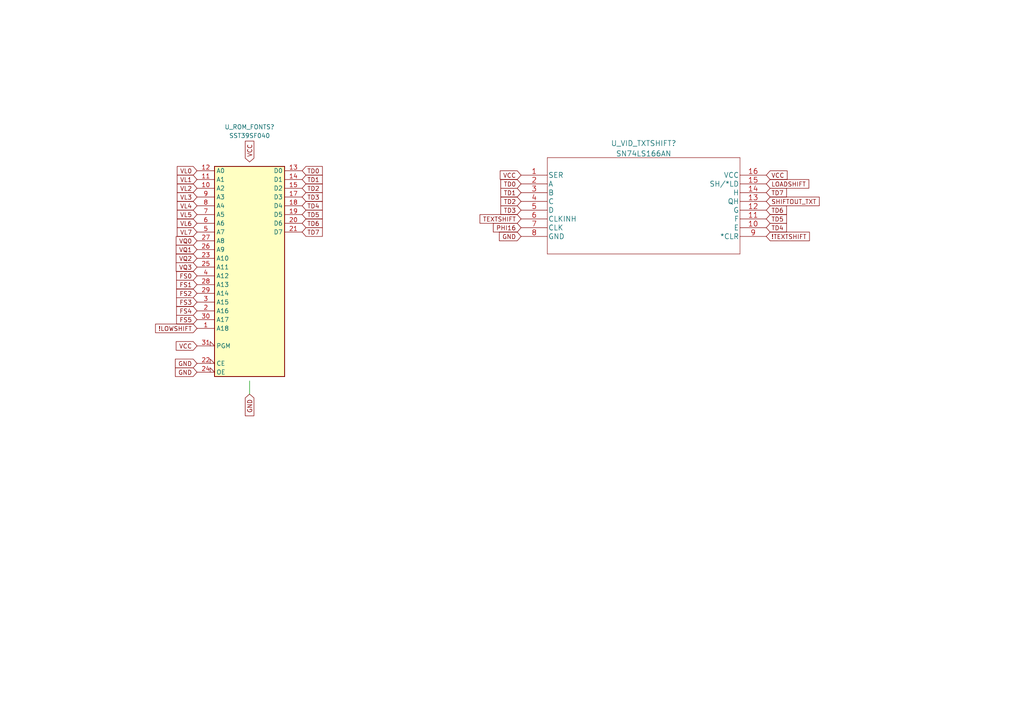
<source format=kicad_sch>
(kicad_sch
	(version 20231120)
	(generator "eeschema")
	(generator_version "8.0")
	(uuid "4262ecbd-bfc4-47fc-80a2-6e0c73daef67")
	(paper "A4")
	(lib_symbols
		(symbol "74ls166:SN74LS166AN"
			(pin_names
				(offset 0.254)
			)
			(exclude_from_sim no)
			(in_bom yes)
			(on_board yes)
			(property "Reference" "U31"
				(at 35.56 9.2276 0)
				(effects
					(font
						(size 1.524 1.524)
					)
				)
			)
			(property "Value" "SN74LS166AN"
				(at 35.56 6.2342 0)
				(effects
					(font
						(size 1.524 1.524)
					)
				)
			)
			(property "Footprint" "N16"
				(at 35.56 6.096 0)
				(effects
					(font
						(size 1.524 1.524)
					)
					(hide yes)
				)
			)
			(property "Datasheet" ""
				(at 0 0 0)
				(effects
					(font
						(size 1.524 1.524)
					)
				)
			)
			(property "Description" ""
				(at 0 0 0)
				(effects
					(font
						(size 1.27 1.27)
					)
					(hide yes)
				)
			)
			(property "ki_locked" ""
				(at 0 0 0)
				(effects
					(font
						(size 1.27 1.27)
					)
				)
			)
			(property "ki_fp_filters" "N16"
				(at 0 0 0)
				(effects
					(font
						(size 1.27 1.27)
					)
					(hide yes)
				)
			)
			(symbol "SN74LS166AN_1_1"
				(polyline
					(pts
						(xy 7.62 -22.86) (xy 63.5 -22.86)
					)
					(stroke
						(width 0.127)
						(type default)
					)
					(fill
						(type none)
					)
				)
				(polyline
					(pts
						(xy 7.62 5.08) (xy 7.62 -22.86)
					)
					(stroke
						(width 0.127)
						(type default)
					)
					(fill
						(type none)
					)
				)
				(polyline
					(pts
						(xy 63.5 -22.86) (xy 63.5 5.08)
					)
					(stroke
						(width 0.127)
						(type default)
					)
					(fill
						(type none)
					)
				)
				(polyline
					(pts
						(xy 63.5 5.08) (xy 7.62 5.08)
					)
					(stroke
						(width 0.127)
						(type default)
					)
					(fill
						(type none)
					)
				)
				(pin input line
					(at 0 0 0)
					(length 7.62)
					(name "SER"
						(effects
							(font
								(size 1.4986 1.4986)
							)
						)
					)
					(number "1"
						(effects
							(font
								(size 1.4986 1.4986)
							)
						)
					)
				)
				(pin input line
					(at 71.12 -15.24 180)
					(length 7.62)
					(name "E"
						(effects
							(font
								(size 1.4986 1.4986)
							)
						)
					)
					(number "10"
						(effects
							(font
								(size 1.4986 1.4986)
							)
						)
					)
				)
				(pin input line
					(at 71.12 -12.7 180)
					(length 7.62)
					(name "F"
						(effects
							(font
								(size 1.4986 1.4986)
							)
						)
					)
					(number "11"
						(effects
							(font
								(size 1.4986 1.4986)
							)
						)
					)
				)
				(pin input line
					(at 71.12 -10.16 180)
					(length 7.62)
					(name "G"
						(effects
							(font
								(size 1.4986 1.4986)
							)
						)
					)
					(number "12"
						(effects
							(font
								(size 1.4986 1.4986)
							)
						)
					)
				)
				(pin output line
					(at 71.12 -7.62 180)
					(length 7.62)
					(name "QH"
						(effects
							(font
								(size 1.4986 1.4986)
							)
						)
					)
					(number "13"
						(effects
							(font
								(size 1.4986 1.4986)
							)
						)
					)
				)
				(pin input line
					(at 71.12 -5.08 180)
					(length 7.62)
					(name "H"
						(effects
							(font
								(size 1.4986 1.4986)
							)
						)
					)
					(number "14"
						(effects
							(font
								(size 1.4986 1.4986)
							)
						)
					)
				)
				(pin input line
					(at 71.12 -2.54 180)
					(length 7.62)
					(name "SH/*LD"
						(effects
							(font
								(size 1.4986 1.4986)
							)
						)
					)
					(number "15"
						(effects
							(font
								(size 1.4986 1.4986)
							)
						)
					)
				)
				(pin power_in line
					(at 71.12 0 180)
					(length 7.62)
					(name "VCC"
						(effects
							(font
								(size 1.4986 1.4986)
							)
						)
					)
					(number "16"
						(effects
							(font
								(size 1.4986 1.4986)
							)
						)
					)
				)
				(pin input line
					(at 0 -2.54 0)
					(length 7.62)
					(name "A"
						(effects
							(font
								(size 1.4986 1.4986)
							)
						)
					)
					(number "2"
						(effects
							(font
								(size 1.4986 1.4986)
							)
						)
					)
				)
				(pin input line
					(at 0 -5.08 0)
					(length 7.62)
					(name "B"
						(effects
							(font
								(size 1.4986 1.4986)
							)
						)
					)
					(number "3"
						(effects
							(font
								(size 1.4986 1.4986)
							)
						)
					)
				)
				(pin input line
					(at 0 -7.62 0)
					(length 7.62)
					(name "C"
						(effects
							(font
								(size 1.4986 1.4986)
							)
						)
					)
					(number "4"
						(effects
							(font
								(size 1.4986 1.4986)
							)
						)
					)
				)
				(pin input line
					(at 0 -10.16 0)
					(length 7.62)
					(name "D"
						(effects
							(font
								(size 1.4986 1.4986)
							)
						)
					)
					(number "5"
						(effects
							(font
								(size 1.4986 1.4986)
							)
						)
					)
				)
				(pin input line
					(at 0 -12.7 0)
					(length 7.62)
					(name "CLKINH"
						(effects
							(font
								(size 1.4986 1.4986)
							)
						)
					)
					(number "6"
						(effects
							(font
								(size 1.4986 1.4986)
							)
						)
					)
				)
				(pin input line
					(at 0 -15.24 0)
					(length 7.62)
					(name "CLK"
						(effects
							(font
								(size 1.4986 1.4986)
							)
						)
					)
					(number "7"
						(effects
							(font
								(size 1.4986 1.4986)
							)
						)
					)
				)
				(pin power_in line
					(at 0 -17.78 0)
					(length 7.62)
					(name "GND"
						(effects
							(font
								(size 1.4986 1.4986)
							)
						)
					)
					(number "8"
						(effects
							(font
								(size 1.4986 1.4986)
							)
						)
					)
				)
				(pin input line
					(at 71.12 -17.78 180)
					(length 7.62)
					(name "*CLR"
						(effects
							(font
								(size 1.4986 1.4986)
							)
						)
					)
					(number "9"
						(effects
							(font
								(size 1.4986 1.4986)
							)
						)
					)
				)
			)
		)
		(symbol "Memory_Flash:SST39SF040"
			(exclude_from_sim no)
			(in_bom yes)
			(on_board yes)
			(property "Reference" "U"
				(at 2.54 33.02 0)
				(effects
					(font
						(size 1.27 1.27)
					)
				)
			)
			(property "Value" "SST39SF040"
				(at 0 -30.48 0)
				(effects
					(font
						(size 1.27 1.27)
					)
				)
			)
			(property "Footprint" ""
				(at 0 7.62 0)
				(effects
					(font
						(size 1.27 1.27)
					)
					(hide yes)
				)
			)
			(property "Datasheet" "http://ww1.microchip.com/downloads/en/DeviceDoc/25022B.pdf"
				(at 0 7.62 0)
				(effects
					(font
						(size 1.27 1.27)
					)
					(hide yes)
				)
			)
			(property "Description" "Silicon Storage Technology (SSF) 512k x 8 Flash ROM"
				(at 0 0 0)
				(effects
					(font
						(size 1.27 1.27)
					)
					(hide yes)
				)
			)
			(property "ki_keywords" "512k flash rom"
				(at 0 0 0)
				(effects
					(font
						(size 1.27 1.27)
					)
					(hide yes)
				)
			)
			(symbol "SST39SF040_0_0"
				(pin power_in line
					(at 0 -30.48 90)
					(length 1.27) hide
					(name "GND"
						(effects
							(font
								(size 1.27 1.27)
							)
						)
					)
					(number "16"
						(effects
							(font
								(size 1.27 1.27)
							)
						)
					)
				)
				(pin power_in line
					(at 0 33.02 270)
					(length 1.27) hide
					(name "VCC"
						(effects
							(font
								(size 1.27 1.27)
							)
						)
					)
					(number "32"
						(effects
							(font
								(size 1.27 1.27)
							)
						)
					)
				)
			)
			(symbol "SST39SF040_0_1"
				(rectangle
					(start -10.16 31.75)
					(end 10.16 -29.21)
					(stroke
						(width 0.254)
						(type default)
					)
					(fill
						(type background)
					)
				)
			)
			(symbol "SST39SF040_1_1"
				(pin input line
					(at -15.24 -15.24 0)
					(length 5.08)
					(name "A18"
						(effects
							(font
								(size 1.27 1.27)
							)
						)
					)
					(number "1"
						(effects
							(font
								(size 1.27 1.27)
							)
						)
					)
				)
				(pin input line
					(at -15.24 25.4 0)
					(length 5.08)
					(name "A2"
						(effects
							(font
								(size 1.27 1.27)
							)
						)
					)
					(number "10"
						(effects
							(font
								(size 1.27 1.27)
							)
						)
					)
				)
				(pin input line
					(at -15.24 27.94 0)
					(length 5.08)
					(name "A1"
						(effects
							(font
								(size 1.27 1.27)
							)
						)
					)
					(number "11"
						(effects
							(font
								(size 1.27 1.27)
							)
						)
					)
				)
				(pin input line
					(at -15.24 30.48 0)
					(length 5.08)
					(name "A0"
						(effects
							(font
								(size 1.27 1.27)
							)
						)
					)
					(number "12"
						(effects
							(font
								(size 1.27 1.27)
							)
						)
					)
				)
				(pin tri_state line
					(at 15.24 30.48 180)
					(length 5.08)
					(name "D0"
						(effects
							(font
								(size 1.27 1.27)
							)
						)
					)
					(number "13"
						(effects
							(font
								(size 1.27 1.27)
							)
						)
					)
				)
				(pin tri_state line
					(at 15.24 27.94 180)
					(length 5.08)
					(name "D1"
						(effects
							(font
								(size 1.27 1.27)
							)
						)
					)
					(number "14"
						(effects
							(font
								(size 1.27 1.27)
							)
						)
					)
				)
				(pin tri_state line
					(at 15.24 25.4 180)
					(length 5.08)
					(name "D2"
						(effects
							(font
								(size 1.27 1.27)
							)
						)
					)
					(number "15"
						(effects
							(font
								(size 1.27 1.27)
							)
						)
					)
				)
				(pin tri_state line
					(at 15.24 22.86 180)
					(length 5.08)
					(name "D3"
						(effects
							(font
								(size 1.27 1.27)
							)
						)
					)
					(number "17"
						(effects
							(font
								(size 1.27 1.27)
							)
						)
					)
				)
				(pin tri_state line
					(at 15.24 20.32 180)
					(length 5.08)
					(name "D4"
						(effects
							(font
								(size 1.27 1.27)
							)
						)
					)
					(number "18"
						(effects
							(font
								(size 1.27 1.27)
							)
						)
					)
				)
				(pin tri_state line
					(at 15.24 17.78 180)
					(length 5.08)
					(name "D5"
						(effects
							(font
								(size 1.27 1.27)
							)
						)
					)
					(number "19"
						(effects
							(font
								(size 1.27 1.27)
							)
						)
					)
				)
				(pin input line
					(at -15.24 -10.16 0)
					(length 5.08)
					(name "A16"
						(effects
							(font
								(size 1.27 1.27)
							)
						)
					)
					(number "2"
						(effects
							(font
								(size 1.27 1.27)
							)
						)
					)
				)
				(pin tri_state line
					(at 15.24 15.24 180)
					(length 5.08)
					(name "D6"
						(effects
							(font
								(size 1.27 1.27)
							)
						)
					)
					(number "20"
						(effects
							(font
								(size 1.27 1.27)
							)
						)
					)
				)
				(pin tri_state line
					(at 15.24 12.7 180)
					(length 5.08)
					(name "D7"
						(effects
							(font
								(size 1.27 1.27)
							)
						)
					)
					(number "21"
						(effects
							(font
								(size 1.27 1.27)
							)
						)
					)
				)
				(pin input input_low
					(at -15.24 -25.4 0)
					(length 5.08)
					(name "CE"
						(effects
							(font
								(size 1.27 1.27)
							)
						)
					)
					(number "22"
						(effects
							(font
								(size 1.27 1.27)
							)
						)
					)
				)
				(pin input line
					(at -15.24 5.08 0)
					(length 5.08)
					(name "A10"
						(effects
							(font
								(size 1.27 1.27)
							)
						)
					)
					(number "23"
						(effects
							(font
								(size 1.27 1.27)
							)
						)
					)
				)
				(pin input input_low
					(at -15.24 -27.94 0)
					(length 5.08)
					(name "OE"
						(effects
							(font
								(size 1.27 1.27)
							)
						)
					)
					(number "24"
						(effects
							(font
								(size 1.27 1.27)
							)
						)
					)
				)
				(pin input line
					(at -15.24 2.54 0)
					(length 5.08)
					(name "A11"
						(effects
							(font
								(size 1.27 1.27)
							)
						)
					)
					(number "25"
						(effects
							(font
								(size 1.27 1.27)
							)
						)
					)
				)
				(pin input line
					(at -15.24 7.62 0)
					(length 5.08)
					(name "A9"
						(effects
							(font
								(size 1.27 1.27)
							)
						)
					)
					(number "26"
						(effects
							(font
								(size 1.27 1.27)
							)
						)
					)
				)
				(pin input line
					(at -15.24 10.16 0)
					(length 5.08)
					(name "A8"
						(effects
							(font
								(size 1.27 1.27)
							)
						)
					)
					(number "27"
						(effects
							(font
								(size 1.27 1.27)
							)
						)
					)
				)
				(pin input line
					(at -15.24 -2.54 0)
					(length 5.08)
					(name "A13"
						(effects
							(font
								(size 1.27 1.27)
							)
						)
					)
					(number "28"
						(effects
							(font
								(size 1.27 1.27)
							)
						)
					)
				)
				(pin input line
					(at -15.24 -5.08 0)
					(length 5.08)
					(name "A14"
						(effects
							(font
								(size 1.27 1.27)
							)
						)
					)
					(number "29"
						(effects
							(font
								(size 1.27 1.27)
							)
						)
					)
				)
				(pin input line
					(at -15.24 -7.62 0)
					(length 5.08)
					(name "A15"
						(effects
							(font
								(size 1.27 1.27)
							)
						)
					)
					(number "3"
						(effects
							(font
								(size 1.27 1.27)
							)
						)
					)
				)
				(pin input line
					(at -15.24 -12.7 0)
					(length 5.08)
					(name "A17"
						(effects
							(font
								(size 1.27 1.27)
							)
						)
					)
					(number "30"
						(effects
							(font
								(size 1.27 1.27)
							)
						)
					)
				)
				(pin input input_low
					(at -15.24 -20.32 0)
					(length 5.08)
					(name "PGM"
						(effects
							(font
								(size 1.27 1.27)
							)
						)
					)
					(number "31"
						(effects
							(font
								(size 1.27 1.27)
							)
						)
					)
				)
				(pin input line
					(at -15.24 0 0)
					(length 5.08)
					(name "A12"
						(effects
							(font
								(size 1.27 1.27)
							)
						)
					)
					(number "4"
						(effects
							(font
								(size 1.27 1.27)
							)
						)
					)
				)
				(pin input line
					(at -15.24 12.7 0)
					(length 5.08)
					(name "A7"
						(effects
							(font
								(size 1.27 1.27)
							)
						)
					)
					(number "5"
						(effects
							(font
								(size 1.27 1.27)
							)
						)
					)
				)
				(pin input line
					(at -15.24 15.24 0)
					(length 5.08)
					(name "A6"
						(effects
							(font
								(size 1.27 1.27)
							)
						)
					)
					(number "6"
						(effects
							(font
								(size 1.27 1.27)
							)
						)
					)
				)
				(pin input line
					(at -15.24 17.78 0)
					(length 5.08)
					(name "A5"
						(effects
							(font
								(size 1.27 1.27)
							)
						)
					)
					(number "7"
						(effects
							(font
								(size 1.27 1.27)
							)
						)
					)
				)
				(pin input line
					(at -15.24 20.32 0)
					(length 5.08)
					(name "A4"
						(effects
							(font
								(size 1.27 1.27)
							)
						)
					)
					(number "8"
						(effects
							(font
								(size 1.27 1.27)
							)
						)
					)
				)
				(pin input line
					(at -15.24 22.86 0)
					(length 5.08)
					(name "A3"
						(effects
							(font
								(size 1.27 1.27)
							)
						)
					)
					(number "9"
						(effects
							(font
								(size 1.27 1.27)
							)
						)
					)
				)
			)
		)
	)
	(wire
		(pts
			(xy 72.39 110.49) (xy 72.39 114.3)
		)
		(stroke
			(width 0)
			(type default)
		)
		(uuid "b7abb860-6f71-4ddb-ad7e-57932d2150c5")
	)
	(global_label "VCC"
		(shape input)
		(at 222.25 50.8 0)
		(fields_autoplaced yes)
		(effects
			(font
				(size 1.27 1.27)
			)
			(justify left)
		)
		(uuid "0348e932-704f-4ac4-a5c9-ff50dbd4a018")
		(property "Intersheetrefs" "${INTERSHEET_REFS}"
			(at 228.2917 50.7206 0)
			(effects
				(font
					(size 1.27 1.27)
				)
				(justify left)
				(hide yes)
			)
		)
	)
	(global_label "VQ2"
		(shape input)
		(at 57.15 74.93 180)
		(fields_autoplaced yes)
		(effects
			(font
				(size 1.27 1.27)
			)
			(justify right)
		)
		(uuid "0dc7da6d-cdd9-45d2-bbfe-f05d9755ea9e")
		(property "Intersheetrefs" "${INTERSHEET_REFS}"
			(at 51.1083 74.8506 0)
			(effects
				(font
					(size 1.27 1.27)
				)
				(justify right)
				(hide yes)
			)
		)
	)
	(global_label "TD5"
		(shape input)
		(at 222.25 63.5 0)
		(fields_autoplaced yes)
		(effects
			(font
				(size 1.27 1.27)
			)
			(justify left)
		)
		(uuid "15e1b326-1d48-40fd-ae84-23e0cee33f1d")
		(property "Intersheetrefs" "${INTERSHEET_REFS}"
			(at 228.1102 63.4206 0)
			(effects
				(font
					(size 1.27 1.27)
				)
				(justify left)
				(hide yes)
			)
		)
	)
	(global_label "FS2"
		(shape input)
		(at 57.15 85.09 180)
		(fields_autoplaced yes)
		(effects
			(font
				(size 1.27 1.27)
			)
			(justify right)
		)
		(uuid "1d3cad84-8fc6-4b70-b601-2b160eb7dc99")
		(property "Intersheetrefs" "${INTERSHEET_REFS}"
			(at 51.2293 85.0106 0)
			(effects
				(font
					(size 1.27 1.27)
				)
				(justify right)
				(hide yes)
			)
		)
	)
	(global_label "TD0"
		(shape input)
		(at 87.63 49.53 0)
		(fields_autoplaced yes)
		(effects
			(font
				(size 1.27 1.27)
			)
			(justify left)
		)
		(uuid "2310547a-967e-4ade-9304-74d3e3ea9d4e")
		(property "Intersheetrefs" "${INTERSHEET_REFS}"
			(at 93.4902 49.4506 0)
			(effects
				(font
					(size 1.27 1.27)
				)
				(justify left)
				(hide yes)
			)
		)
	)
	(global_label "VL0"
		(shape input)
		(at 57.15 49.53 180)
		(fields_autoplaced yes)
		(effects
			(font
				(size 1.27 1.27)
			)
			(justify right)
		)
		(uuid "25f757ea-e144-4c20-9a4e-b9ee6481580f")
		(property "Intersheetrefs" "${INTERSHEET_REFS}"
			(at 51.4107 49.6094 0)
			(effects
				(font
					(size 1.27 1.27)
				)
				(justify right)
				(hide yes)
			)
		)
	)
	(global_label "GND"
		(shape input)
		(at 57.15 105.41 180)
		(fields_autoplaced yes)
		(effects
			(font
				(size 1.27 1.27)
			)
			(justify right)
		)
		(uuid "2cd20ff1-b764-4d6b-9a19-426ba059688b")
		(property "Intersheetrefs" "${INTERSHEET_REFS}"
			(at 210.82 -121.92 0)
			(effects
				(font
					(size 1.27 1.27)
				)
				(hide yes)
			)
		)
	)
	(global_label "TD4"
		(shape input)
		(at 222.25 66.04 0)
		(fields_autoplaced yes)
		(effects
			(font
				(size 1.27 1.27)
			)
			(justify left)
		)
		(uuid "365c717d-c3c5-40e1-9894-170c280d4072")
		(property "Intersheetrefs" "${INTERSHEET_REFS}"
			(at 228.1102 65.9606 0)
			(effects
				(font
					(size 1.27 1.27)
				)
				(justify left)
				(hide yes)
			)
		)
	)
	(global_label "GND"
		(shape input)
		(at 151.13 68.58 180)
		(fields_autoplaced yes)
		(effects
			(font
				(size 1.27 1.27)
			)
			(justify right)
		)
		(uuid "365d8bcc-59cf-4e99-aefd-d12fe6e60d09")
		(property "Intersheetrefs" "${INTERSHEET_REFS}"
			(at 144.8464 68.5006 0)
			(effects
				(font
					(size 1.27 1.27)
				)
				(justify right)
				(hide yes)
			)
		)
	)
	(global_label "VL6"
		(shape input)
		(at 57.15 64.77 180)
		(fields_autoplaced yes)
		(effects
			(font
				(size 1.27 1.27)
			)
			(justify right)
		)
		(uuid "3b2ae749-6893-4f5e-b7de-3e34e1cde187")
		(property "Intersheetrefs" "${INTERSHEET_REFS}"
			(at 51.4107 64.8494 0)
			(effects
				(font
					(size 1.27 1.27)
				)
				(justify right)
				(hide yes)
			)
		)
	)
	(global_label "FS1"
		(shape input)
		(at 57.15 82.55 180)
		(fields_autoplaced yes)
		(effects
			(font
				(size 1.27 1.27)
			)
			(justify right)
		)
		(uuid "3e46c988-7a02-497d-b72f-478d6ff1a9e0")
		(property "Intersheetrefs" "${INTERSHEET_REFS}"
			(at 51.2293 82.4706 0)
			(effects
				(font
					(size 1.27 1.27)
				)
				(justify right)
				(hide yes)
			)
		)
	)
	(global_label "TD1"
		(shape input)
		(at 87.63 52.07 0)
		(fields_autoplaced yes)
		(effects
			(font
				(size 1.27 1.27)
			)
			(justify left)
		)
		(uuid "3f9b7d58-bdbf-4d10-b7cb-9f4579a1f5c7")
		(property "Intersheetrefs" "${INTERSHEET_REFS}"
			(at 93.4902 51.9906 0)
			(effects
				(font
					(size 1.27 1.27)
				)
				(justify left)
				(hide yes)
			)
		)
	)
	(global_label "TD7"
		(shape input)
		(at 87.63 67.31 0)
		(fields_autoplaced yes)
		(effects
			(font
				(size 1.27 1.27)
			)
			(justify left)
		)
		(uuid "4109ce81-9e40-45b5-9fa0-b7d985921ca0")
		(property "Intersheetrefs" "${INTERSHEET_REFS}"
			(at 93.4902 67.2306 0)
			(effects
				(font
					(size 1.27 1.27)
				)
				(justify left)
				(hide yes)
			)
		)
	)
	(global_label "FS0"
		(shape input)
		(at 57.15 80.01 180)
		(fields_autoplaced yes)
		(effects
			(font
				(size 1.27 1.27)
			)
			(justify right)
		)
		(uuid "451abdb8-e203-4b14-83f4-2c2e1bbdadda")
		(property "Intersheetrefs" "${INTERSHEET_REFS}"
			(at 51.2293 79.9306 0)
			(effects
				(font
					(size 1.27 1.27)
				)
				(justify right)
				(hide yes)
			)
		)
	)
	(global_label "TD6"
		(shape input)
		(at 222.25 60.96 0)
		(fields_autoplaced yes)
		(effects
			(font
				(size 1.27 1.27)
			)
			(justify left)
		)
		(uuid "48c7e492-3134-439c-979b-2cc85043dfc1")
		(property "Intersheetrefs" "${INTERSHEET_REFS}"
			(at 228.1102 60.8806 0)
			(effects
				(font
					(size 1.27 1.27)
				)
				(justify left)
				(hide yes)
			)
		)
	)
	(global_label "TD2"
		(shape input)
		(at 87.63 54.61 0)
		(fields_autoplaced yes)
		(effects
			(font
				(size 1.27 1.27)
			)
			(justify left)
		)
		(uuid "4d09477a-1c05-4dd7-bd10-10b951cd42f8")
		(property "Intersheetrefs" "${INTERSHEET_REFS}"
			(at 93.4902 54.5306 0)
			(effects
				(font
					(size 1.27 1.27)
				)
				(justify left)
				(hide yes)
			)
		)
	)
	(global_label "TD3"
		(shape input)
		(at 151.13 60.96 180)
		(fields_autoplaced yes)
		(effects
			(font
				(size 1.27 1.27)
			)
			(justify right)
		)
		(uuid "4e630134-fd12-4d12-9f2b-fdbf447ac703")
		(property "Intersheetrefs" "${INTERSHEET_REFS}"
			(at 145.2698 61.0394 0)
			(effects
				(font
					(size 1.27 1.27)
				)
				(justify right)
				(hide yes)
			)
		)
	)
	(global_label "TD2"
		(shape input)
		(at 151.13 58.42 180)
		(fields_autoplaced yes)
		(effects
			(font
				(size 1.27 1.27)
			)
			(justify right)
		)
		(uuid "4fcc3e17-40a9-4a59-915f-c4831a518c5c")
		(property "Intersheetrefs" "${INTERSHEET_REFS}"
			(at 145.2698 58.4994 0)
			(effects
				(font
					(size 1.27 1.27)
				)
				(justify right)
				(hide yes)
			)
		)
	)
	(global_label "!LOWSHIFT"
		(shape input)
		(at 57.15 95.25 180)
		(fields_autoplaced yes)
		(effects
			(font
				(size 1.27 1.27)
			)
			(justify right)
		)
		(uuid "5212efd5-c3d1-477f-ae08-faee2a1c4768")
		(property "Intersheetrefs" "${INTERSHEET_REFS}"
			(at 45.1212 95.1706 0)
			(effects
				(font
					(size 1.27 1.27)
				)
				(justify right)
				(hide yes)
			)
		)
	)
	(global_label "VL2"
		(shape input)
		(at 57.15 54.61 180)
		(fields_autoplaced yes)
		(effects
			(font
				(size 1.27 1.27)
			)
			(justify right)
		)
		(uuid "68689de4-9192-4eb2-b420-31d075b416f9")
		(property "Intersheetrefs" "${INTERSHEET_REFS}"
			(at 51.4107 54.6894 0)
			(effects
				(font
					(size 1.27 1.27)
				)
				(justify right)
				(hide yes)
			)
		)
	)
	(global_label "VCC"
		(shape input)
		(at 72.39 46.99 90)
		(fields_autoplaced yes)
		(effects
			(font
				(size 1.27 1.27)
			)
			(justify left)
		)
		(uuid "6b38d8fc-d34a-4930-8382-52bcedd60566")
		(property "Intersheetrefs" "${INTERSHEET_REFS}"
			(at 72.3106 40.9483 90)
			(effects
				(font
					(size 1.27 1.27)
				)
				(justify left)
				(hide yes)
			)
		)
	)
	(global_label "TD3"
		(shape input)
		(at 87.63 57.15 0)
		(fields_autoplaced yes)
		(effects
			(font
				(size 1.27 1.27)
			)
			(justify left)
		)
		(uuid "6fae4a19-5fdf-4da5-ac99-11330e969268")
		(property "Intersheetrefs" "${INTERSHEET_REFS}"
			(at 93.4902 57.0706 0)
			(effects
				(font
					(size 1.27 1.27)
				)
				(justify left)
				(hide yes)
			)
		)
	)
	(global_label "TD5"
		(shape input)
		(at 87.63 62.23 0)
		(fields_autoplaced yes)
		(effects
			(font
				(size 1.27 1.27)
			)
			(justify left)
		)
		(uuid "7089f685-68df-405c-be2b-78085828d585")
		(property "Intersheetrefs" "${INTERSHEET_REFS}"
			(at 93.4902 62.1506 0)
			(effects
				(font
					(size 1.27 1.27)
				)
				(justify left)
				(hide yes)
			)
		)
	)
	(global_label "TD7"
		(shape input)
		(at 222.25 55.88 0)
		(fields_autoplaced yes)
		(effects
			(font
				(size 1.27 1.27)
			)
			(justify left)
		)
		(uuid "714fb18f-6809-48a4-ba63-4feee2d056e7")
		(property "Intersheetrefs" "${INTERSHEET_REFS}"
			(at 228.1102 55.8006 0)
			(effects
				(font
					(size 1.27 1.27)
				)
				(justify left)
				(hide yes)
			)
		)
	)
	(global_label "VL1"
		(shape input)
		(at 57.15 52.07 180)
		(fields_autoplaced yes)
		(effects
			(font
				(size 1.27 1.27)
			)
			(justify right)
		)
		(uuid "75b299b6-6a50-43be-bf75-869bc3bd609d")
		(property "Intersheetrefs" "${INTERSHEET_REFS}"
			(at 51.4107 52.1494 0)
			(effects
				(font
					(size 1.27 1.27)
				)
				(justify right)
				(hide yes)
			)
		)
	)
	(global_label "VL4"
		(shape input)
		(at 57.15 59.69 180)
		(fields_autoplaced yes)
		(effects
			(font
				(size 1.27 1.27)
			)
			(justify right)
		)
		(uuid "7c0abf43-73b5-4a90-b41a-8e24fb4df54e")
		(property "Intersheetrefs" "${INTERSHEET_REFS}"
			(at 51.4107 59.7694 0)
			(effects
				(font
					(size 1.27 1.27)
				)
				(justify right)
				(hide yes)
			)
		)
	)
	(global_label "LOADSHIFT"
		(shape input)
		(at 222.25 53.34 0)
		(fields_autoplaced yes)
		(effects
			(font
				(size 1.27 1.27)
			)
			(justify left)
		)
		(uuid "800977a3-18a2-47d6-b411-ee3b4f2b730e")
		(property "Intersheetrefs" "${INTERSHEET_REFS}"
			(at 234.5812 53.4194 0)
			(effects
				(font
					(size 1.27 1.27)
				)
				(justify left)
				(hide yes)
			)
		)
	)
	(global_label "TD6"
		(shape input)
		(at 87.63 64.77 0)
		(fields_autoplaced yes)
		(effects
			(font
				(size 1.27 1.27)
			)
			(justify left)
		)
		(uuid "823b95db-5a84-4d3d-9dbe-6b07534061c1")
		(property "Intersheetrefs" "${INTERSHEET_REFS}"
			(at 93.4902 64.6906 0)
			(effects
				(font
					(size 1.27 1.27)
				)
				(justify left)
				(hide yes)
			)
		)
	)
	(global_label "VCC"
		(shape input)
		(at 57.15 100.33 180)
		(fields_autoplaced yes)
		(effects
			(font
				(size 1.27 1.27)
			)
			(justify right)
		)
		(uuid "83953ebb-ead0-4063-afde-97088703e011")
		(property "Intersheetrefs" "${INTERSHEET_REFS}"
			(at 51.1083 100.2506 0)
			(effects
				(font
					(size 1.27 1.27)
				)
				(justify right)
				(hide yes)
			)
		)
	)
	(global_label "VQ0"
		(shape input)
		(at 57.15 69.85 180)
		(fields_autoplaced yes)
		(effects
			(font
				(size 1.27 1.27)
			)
			(justify right)
		)
		(uuid "874e1282-1fdb-46a0-87a2-5608949cb8c6")
		(property "Intersheetrefs" "${INTERSHEET_REFS}"
			(at 51.1083 69.7706 0)
			(effects
				(font
					(size 1.27 1.27)
				)
				(justify right)
				(hide yes)
			)
		)
	)
	(global_label "!TEXTSHIFT"
		(shape input)
		(at 222.25 68.58 0)
		(fields_autoplaced yes)
		(effects
			(font
				(size 1.27 1.27)
			)
			(justify left)
		)
		(uuid "8809d725-7c46-429a-a1b3-69a221ee4505")
		(property "Intersheetrefs" "${INTERSHEET_REFS}"
			(at 234.7626 68.5006 0)
			(effects
				(font
					(size 1.27 1.27)
				)
				(justify left)
				(hide yes)
			)
		)
	)
	(global_label "VQ3"
		(shape input)
		(at 57.15 77.47 180)
		(fields_autoplaced yes)
		(effects
			(font
				(size 1.27 1.27)
			)
			(justify right)
		)
		(uuid "8c78b401-d390-4536-877f-04a45880e93b")
		(property "Intersheetrefs" "${INTERSHEET_REFS}"
			(at 51.1083 77.3906 0)
			(effects
				(font
					(size 1.27 1.27)
				)
				(justify right)
				(hide yes)
			)
		)
	)
	(global_label "FS4"
		(shape input)
		(at 57.15 90.17 180)
		(fields_autoplaced yes)
		(effects
			(font
				(size 1.27 1.27)
			)
			(justify right)
		)
		(uuid "921c17a7-eb48-4b1b-9fe5-42c0b14a045e")
		(property "Intersheetrefs" "${INTERSHEET_REFS}"
			(at 51.2293 90.0906 0)
			(effects
				(font
					(size 1.27 1.27)
				)
				(justify right)
				(hide yes)
			)
		)
	)
	(global_label "VQ1"
		(shape input)
		(at 57.15 72.39 180)
		(fields_autoplaced yes)
		(effects
			(font
				(size 1.27 1.27)
			)
			(justify right)
		)
		(uuid "b2ddb65c-62d2-4bef-ba16-4547f89830a0")
		(property "Intersheetrefs" "${INTERSHEET_REFS}"
			(at 51.1083 72.3106 0)
			(effects
				(font
					(size 1.27 1.27)
				)
				(justify right)
				(hide yes)
			)
		)
	)
	(global_label "VL7"
		(shape input)
		(at 57.15 67.31 180)
		(fields_autoplaced yes)
		(effects
			(font
				(size 1.27 1.27)
			)
			(justify right)
		)
		(uuid "bd8594a7-48ce-4126-a37d-7d08f713ea7f")
		(property "Intersheetrefs" "${INTERSHEET_REFS}"
			(at 51.4107 67.3894 0)
			(effects
				(font
					(size 1.27 1.27)
				)
				(justify right)
				(hide yes)
			)
		)
	)
	(global_label "FS5"
		(shape input)
		(at 57.15 92.71 180)
		(fields_autoplaced yes)
		(effects
			(font
				(size 1.27 1.27)
			)
			(justify right)
		)
		(uuid "c1dace1e-a4d9-4e08-91cb-c8be4e6dbccb")
		(property "Intersheetrefs" "${INTERSHEET_REFS}"
			(at 51.2293 92.6306 0)
			(effects
				(font
					(size 1.27 1.27)
				)
				(justify right)
				(hide yes)
			)
		)
	)
	(global_label "VCC"
		(shape input)
		(at 151.13 50.8 180)
		(fields_autoplaced yes)
		(effects
			(font
				(size 1.27 1.27)
			)
			(justify right)
		)
		(uuid "caaff3f5-90ba-4177-8a78-49f2537159f1")
		(property "Intersheetrefs" "${INTERSHEET_REFS}"
			(at 145.0883 50.8794 0)
			(effects
				(font
					(size 1.27 1.27)
				)
				(justify right)
				(hide yes)
			)
		)
	)
	(global_label "GND"
		(shape input)
		(at 57.15 107.95 180)
		(fields_autoplaced yes)
		(effects
			(font
				(size 1.27 1.27)
			)
			(justify right)
		)
		(uuid "cbff2618-2c42-4173-8751-862fac8194d1")
		(property "Intersheetrefs" "${INTERSHEET_REFS}"
			(at 210.82 -119.38 0)
			(effects
				(font
					(size 1.27 1.27)
				)
				(hide yes)
			)
		)
	)
	(global_label "PHI16"
		(shape input)
		(at 151.13 66.04 180)
		(fields_autoplaced yes)
		(effects
			(font
				(size 1.27 1.27)
			)
			(justify right)
		)
		(uuid "d18fae9a-1512-4298-b6e1-373ea2bf632f")
		(property "Intersheetrefs" "${INTERSHEET_REFS}"
			(at 143.0926 65.9606 0)
			(effects
				(font
					(size 1.27 1.27)
				)
				(justify right)
				(hide yes)
			)
		)
	)
	(global_label "VL5"
		(shape input)
		(at 57.15 62.23 180)
		(fields_autoplaced yes)
		(effects
			(font
				(size 1.27 1.27)
			)
			(justify right)
		)
		(uuid "d3201540-6b8d-4a30-9d6d-26b94748785e")
		(property "Intersheetrefs" "${INTERSHEET_REFS}"
			(at 51.4107 62.3094 0)
			(effects
				(font
					(size 1.27 1.27)
				)
				(justify right)
				(hide yes)
			)
		)
	)
	(global_label "TD4"
		(shape input)
		(at 87.63 59.69 0)
		(fields_autoplaced yes)
		(effects
			(font
				(size 1.27 1.27)
			)
			(justify left)
		)
		(uuid "da4a3d6c-27da-4521-827d-54770ba3f41c")
		(property "Intersheetrefs" "${INTERSHEET_REFS}"
			(at 93.4902 59.6106 0)
			(effects
				(font
					(size 1.27 1.27)
				)
				(justify left)
				(hide yes)
			)
		)
	)
	(global_label "TD0"
		(shape input)
		(at 151.13 53.34 180)
		(fields_autoplaced yes)
		(effects
			(font
				(size 1.27 1.27)
			)
			(justify right)
		)
		(uuid "ddb88f46-b50b-4d85-8139-c4d6bdf23252")
		(property "Intersheetrefs" "${INTERSHEET_REFS}"
			(at 145.2698 53.4194 0)
			(effects
				(font
					(size 1.27 1.27)
				)
				(justify right)
				(hide yes)
			)
		)
	)
	(global_label "TD1"
		(shape input)
		(at 151.13 55.88 180)
		(fields_autoplaced yes)
		(effects
			(font
				(size 1.27 1.27)
			)
			(justify right)
		)
		(uuid "e9cc06b8-e0f1-482f-ab10-ab0c9c1a08fb")
		(property "Intersheetrefs" "${INTERSHEET_REFS}"
			(at 145.2698 55.9594 0)
			(effects
				(font
					(size 1.27 1.27)
				)
				(justify right)
				(hide yes)
			)
		)
	)
	(global_label "VL3"
		(shape input)
		(at 57.15 57.15 180)
		(fields_autoplaced yes)
		(effects
			(font
				(size 1.27 1.27)
			)
			(justify right)
		)
		(uuid "ec7ae8be-00c1-4be3-8376-716b93afdee3")
		(property "Intersheetrefs" "${INTERSHEET_REFS}"
			(at 51.4107 57.2294 0)
			(effects
				(font
					(size 1.27 1.27)
				)
				(justify right)
				(hide yes)
			)
		)
	)
	(global_label "GND"
		(shape input)
		(at 72.39 114.3 270)
		(fields_autoplaced yes)
		(effects
			(font
				(size 1.27 1.27)
			)
			(justify right)
		)
		(uuid "efd967c9-c839-4e92-8b64-362d24c44a89")
		(property "Intersheetrefs" "${INTERSHEET_REFS}"
			(at -154.94 -39.37 0)
			(effects
				(font
					(size 1.27 1.27)
				)
				(hide yes)
			)
		)
	)
	(global_label "SHIFTOUT_TXT"
		(shape input)
		(at 222.25 58.42 0)
		(fields_autoplaced yes)
		(effects
			(font
				(size 1.27 1.27)
			)
			(justify left)
		)
		(uuid "f810be73-4eb9-4fc9-8378-d1392e3e0b30")
		(property "Intersheetrefs" "${INTERSHEET_REFS}"
			(at 237.605 58.3406 0)
			(effects
				(font
					(size 1.27 1.27)
				)
				(justify left)
				(hide yes)
			)
		)
	)
	(global_label "TEXTSHIFT"
		(shape input)
		(at 151.13 63.5 180)
		(fields_autoplaced yes)
		(effects
			(font
				(size 1.27 1.27)
			)
			(justify right)
		)
		(uuid "fbc806c4-fcb1-4937-b193-996d5f485f33")
		(property "Intersheetrefs" "${INTERSHEET_REFS}"
			(at 139.2221 63.4206 0)
			(effects
				(font
					(size 1.27 1.27)
				)
				(justify right)
				(hide yes)
			)
		)
	)
	(global_label "FS3"
		(shape input)
		(at 57.15 87.63 180)
		(fields_autoplaced yes)
		(effects
			(font
				(size 1.27 1.27)
			)
			(justify right)
		)
		(uuid "fd8c58a7-b453-4697-b7ed-30804b78f4e9")
		(property "Intersheetrefs" "${INTERSHEET_REFS}"
			(at 51.2293 87.5506 0)
			(effects
				(font
					(size 1.27 1.27)
				)
				(justify right)
				(hide yes)
			)
		)
	)
	(symbol
		(lib_id "74ls166:SN74LS166AN")
		(at 151.13 50.8 0)
		(unit 1)
		(exclude_from_sim no)
		(in_bom yes)
		(on_board yes)
		(dnp no)
		(fields_autoplaced yes)
		(uuid "8e95ba05-1b8b-4bd9-8690-e2fc22af709e")
		(property "Reference" "U_VID_TXTSHIFT?"
			(at 186.69 41.5724 0)
			(effects
				(font
					(size 1.524 1.524)
				)
			)
		)
		(property "Value" "SN74LS166AN"
			(at 186.69 44.5658 0)
			(effects
				(font
					(size 1.524 1.524)
				)
			)
		)
		(property "Footprint" "Package_DIP:DIP-16_W7.62mm_Socket"
			(at 186.69 44.704 0)
			(effects
				(font
					(size 1.524 1.524)
				)
				(hide yes)
			)
		)
		(property "Datasheet" ""
			(at 151.13 50.8 0)
			(effects
				(font
					(size 1.524 1.524)
				)
			)
		)
		(property "Description" ""
			(at 151.13 50.8 0)
			(effects
				(font
					(size 1.27 1.27)
				)
				(hide yes)
			)
		)
		(pin "1"
			(uuid "533f9f6c-3dbf-41f4-ac98-72046208884e")
		)
		(pin "10"
			(uuid "2bc18a4b-427d-443f-8498-a13121449da0")
		)
		(pin "11"
			(uuid "5290d785-bfe3-4abc-a8ab-9834f02d8fab")
		)
		(pin "12"
			(uuid "a017b7a2-4715-4417-951d-d8a21e88befb")
		)
		(pin "13"
			(uuid "a4b2206b-f858-4e65-9219-3219302ee673")
		)
		(pin "14"
			(uuid "e74e8089-d5df-405a-b706-c8252aacbc04")
		)
		(pin "15"
			(uuid "77c6768c-e286-4d13-a1b3-a89c305e55c2")
		)
		(pin "16"
			(uuid "ae512f65-d2a0-4199-9a52-bc1fd3c26d43")
		)
		(pin "2"
			(uuid "0cd46611-8214-4d88-8895-5bcac0838d1b")
		)
		(pin "3"
			(uuid "9abd0f74-d85e-4f01-bcb1-b04d0687bb03")
		)
		(pin "4"
			(uuid "269575bf-dcf3-4bd1-b5b6-9964fb175428")
		)
		(pin "5"
			(uuid "be16bfd6-0436-4939-8297-ed68057c244c")
		)
		(pin "6"
			(uuid "a1a1dea0-8b20-4490-8841-84138b8fc228")
		)
		(pin "7"
			(uuid "c0a64e28-2473-4377-a49a-d148fa956286")
		)
		(pin "8"
			(uuid "bb826624-8bb8-4756-b522-be40ef6045eb")
		)
		(pin "9"
			(uuid "6d3b7547-b317-4d8a-83c5-57b277c1b34e")
		)
		(instances
			(project "3ric"
				(path "/e63e39d7-6ac0-4ffd-8aa3-1841a4541b55/9c158148-99b1-450a-8b7f-3c07647c5968"
					(reference "U_VID_TXTSHIFT?")
					(unit 1)
				)
			)
		)
	)
	(symbol
		(lib_id "Memory_Flash:SST39SF040")
		(at 72.39 80.01 0)
		(unit 1)
		(exclude_from_sim no)
		(in_bom yes)
		(on_board yes)
		(dnp no)
		(uuid "ecfd6f60-a892-4e3f-be85-e6ce7ab893d7")
		(property "Reference" "U_ROM_FONTS?"
			(at 72.39 36.83 0)
			(effects
				(font
					(size 1.27 1.27)
				)
			)
		)
		(property "Value" "SST39SF040"
			(at 72.39 39.37 0)
			(effects
				(font
					(size 1.27 1.27)
				)
			)
		)
		(property "Footprint" "Package_DIP:DIP-32_W15.24mm_Socket"
			(at 72.39 72.39 0)
			(effects
				(font
					(size 1.27 1.27)
				)
				(hide yes)
			)
		)
		(property "Datasheet" "http://ww1.microchip.com/downloads/en/DeviceDoc/25022B.pdf"
			(at 72.39 72.39 0)
			(effects
				(font
					(size 1.27 1.27)
				)
				(hide yes)
			)
		)
		(property "Description" ""
			(at 72.39 80.01 0)
			(effects
				(font
					(size 1.27 1.27)
				)
				(hide yes)
			)
		)
		(pin "16"
			(uuid "d7fbc81c-9ded-42b7-97e3-b8a3c7a8a455")
		)
		(pin "32"
			(uuid "e29ed1dc-4129-4f82-8341-abb29ff8b109")
		)
		(pin "1"
			(uuid "27d510aa-cc4f-4181-a88c-88218045a12c")
		)
		(pin "10"
			(uuid "8fc84b95-b66f-4060-8743-3d55019f2ebf")
		)
		(pin "11"
			(uuid "89323642-29b3-4945-91fe-3190f2baff85")
		)
		(pin "12"
			(uuid "236bca14-c965-4f5f-af3d-7b64afcec3c4")
		)
		(pin "13"
			(uuid "b6c5c9a6-9adc-4ecb-aab1-c558a196eb90")
		)
		(pin "14"
			(uuid "b5d4dff7-bd39-4bee-9b71-f06d8820e671")
		)
		(pin "15"
			(uuid "b86ecccc-4524-4f76-b0c6-d010499edeeb")
		)
		(pin "17"
			(uuid "46514b37-1e22-44d0-b3af-7a40afbf077f")
		)
		(pin "18"
			(uuid "4b556d04-9bb0-4906-8a1e-373064d8c99d")
		)
		(pin "19"
			(uuid "832bec88-431d-46d9-a28b-46b0583caa31")
		)
		(pin "2"
			(uuid "872e4e1d-3b95-42ac-ab47-e29b35fd0cd5")
		)
		(pin "20"
			(uuid "b3a2fc9d-0b31-4657-a0c5-1c3426ea7e9e")
		)
		(pin "21"
			(uuid "20be74c4-6592-4873-87a1-ff7d23e35a17")
		)
		(pin "22"
			(uuid "8bc308c3-a611-47c0-938e-2597626f9b38")
		)
		(pin "23"
			(uuid "04a94788-6bd2-4189-b31c-62f69d3f4ac1")
		)
		(pin "24"
			(uuid "f2a31472-8ee3-434d-93cd-05a5c3bf1bed")
		)
		(pin "25"
			(uuid "d3cb2df6-54ce-4baf-a552-d3c3785ee113")
		)
		(pin "26"
			(uuid "09254d39-8026-4bbe-b59a-84f731c61aa5")
		)
		(pin "27"
			(uuid "4a8d2a9a-de39-4115-b16d-5c8cd0532d4e")
		)
		(pin "28"
			(uuid "54dfb4ce-53ef-40ff-a7f7-e5639b82db25")
		)
		(pin "29"
			(uuid "95cd62d6-5f60-4db2-b5cd-0d75a477baeb")
		)
		(pin "3"
			(uuid "98be0e42-f881-4584-9aea-7a17b0050657")
		)
		(pin "30"
			(uuid "fea2446a-7d3a-4bd6-a911-b89dbf0cd7cc")
		)
		(pin "31"
			(uuid "df83c947-51a1-4ca9-860a-c1b264bbc036")
		)
		(pin "4"
			(uuid "f6038eec-9f11-4421-b8e2-6bd8f48f850c")
		)
		(pin "5"
			(uuid "14482e6a-5525-46cb-89be-6801c6becdb1")
		)
		(pin "6"
			(uuid "064e14b0-cb93-4ec2-8f9c-6d8218b4360a")
		)
		(pin "7"
			(uuid "a6299997-b51a-4ad7-8590-d54a8c396950")
		)
		(pin "8"
			(uuid "4a9eaeb0-76a4-4965-8198-4e9c2e30873c")
		)
		(pin "9"
			(uuid "e8d10309-5947-44eb-bc73-4ae7e940f6b4")
		)
		(instances
			(project "3ric"
				(path "/e63e39d7-6ac0-4ffd-8aa3-1841a4541b55/9c158148-99b1-450a-8b7f-3c07647c5968"
					(reference "U_ROM_FONTS?")
					(unit 1)
				)
			)
		)
	)
)

</source>
